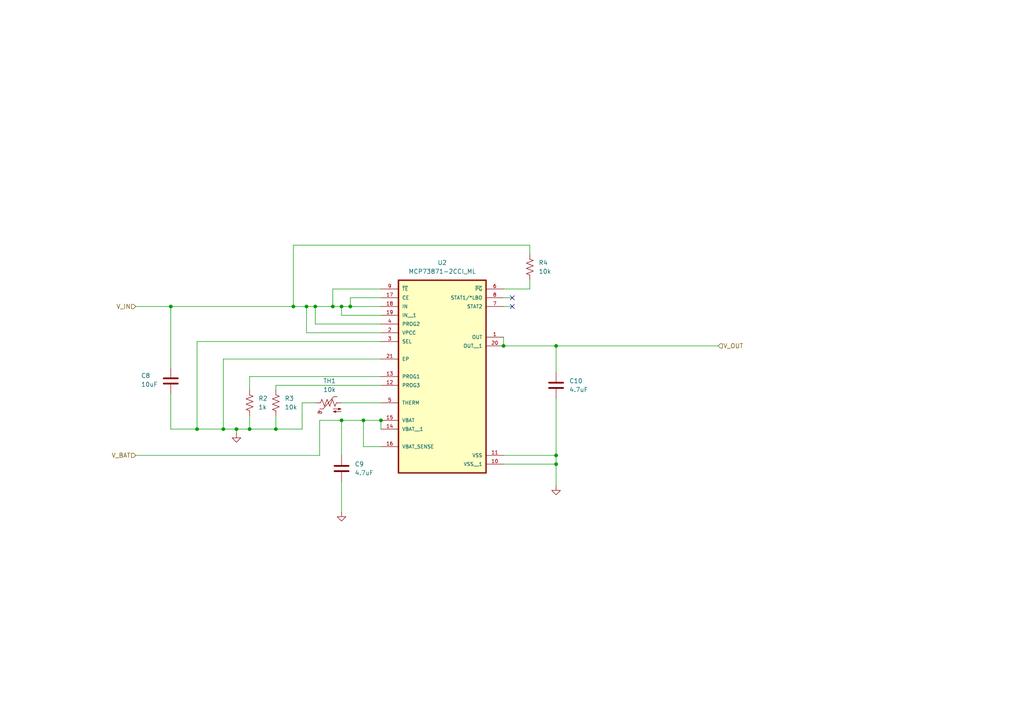
<source format=kicad_sch>
(kicad_sch (version 20250114) (generator "eeschema") (generator_version "9.0")
  (paper "A4")
  (title_block (title "Battery Charge and Load Sharing IC") (date "2025-07-29") (company "California Strawberry Commission"))
  (lib_symbols
    (symbol "Device:C" (pin_numbers (hide yes)) (pin_names (offset 0.254))
      (property "Reference" "C" (at 0.635 2.54 0))
      (property "Value" "C" (at 0.635 -2.54 0))
      (symbol "C_0_1"
        (polyline (pts (xy -2.032 0.762) (xy 2.032 0.762)) (stroke (width 0.508)))
        (polyline (pts (xy -2.032 -0.762) (xy 2.032 -0.762)) (stroke (width 0.508)))
      )
      (symbol "C_1_1"
        (pin passive line (at 0 3.81 270) (length 2.794) (name "~") (number "1"))
        (pin passive line (at 0 -3.81 90) (length 2.794) (name "~") (number "2"))
      )
    )
    (symbol "Device:R_US" (pin_numbers (hide yes)) (pin_names (offset 0))
      (property "Reference" "R" (at 2.54 0 90))
      (property "Value" "R_US" (at -2.54 0 90))
      (symbol "R_US_0_1"
        (polyline (pts (xy 0 2.286) (xy 0 2.54)))
        (polyline (pts (xy 0 2.286) (xy 1.016 1.905) (xy 0 1.524) (xy -1.016 1.143) (xy 0 0.762)))
        (polyline (pts (xy 0 0.762) (xy 1.016 0.381) (xy 0 0) (xy -1.016 -0.381) (xy 0 -0.762)))
        (polyline (pts (xy 0 -0.762) (xy 1.016 -1.143) (xy 0 -1.524) (xy -1.016 -1.905) (xy 0 -2.286)))
        (polyline (pts (xy 0 -2.286) (xy 0 -2.54)))
      )
      (symbol "R_US_1_1"
        (pin passive line (at 0 3.81 270) (length 1.27) (name "~") (number "1"))
        (pin passive line (at 0 -3.81 90) (length 1.27) (name "~") (number "2"))
      )
    )
    (symbol "Device:Thermistor_NTC_US" (pin_numbers (hide yes)) (pin_names (offset 0))
      (property "Reference" "TH" (at -4.445 0 90))
      (property "Value" "Thermistor_NTC_US" (at 3.175 0 90))
      (symbol "Thermistor_NTC_US_0_1"
        (arc (start -3.175 2.413) (mid -3.0506 2.3165) (end -3.048 2.159))
        (arc (start -3.048 2.794) (mid -2.9736 2.9736) (end -2.794 3.048))
        (arc (start -2.794 3.048) (mid -2.6144 2.9736) (end -2.54 2.794))
        (arc (start -2.794 2.54) (mid -2.9736 2.6144) (end -3.048 2.794))
        (arc (start -2.794 1.905) (mid -2.9736 1.9794) (end -3.048 2.159))
        (arc (start -2.54 2.159) (mid -2.6144 1.9794) (end -2.794 1.905))
        (arc (start -2.159 2.794) (mid -2.434 2.5608) (end -2.794 2.54))
        (polyline (pts (xy -2.54 2.159) (xy -2.54 2.794)))
        (polyline (pts (xy -2.54 -3.683) (xy -2.54 -1.397) (xy -2.794 -2.159) (xy -2.286 -2.159) (xy -2.54 -1.397) (xy -2.54 -1.651)) (fill (type outline)))
        (polyline (pts (xy -1.778 2.54) (xy -1.778 1.524) (xy 1.778 -1.524) (xy 1.778 -2.54)))
        (polyline (pts (xy -1.778 -1.397) (xy -1.778 -3.683) (xy -2.032 -2.921) (xy -1.524 -2.921) (xy -1.778 -3.683) (xy -1.778 -3.429)) (fill (type outline)))
        (polyline (pts (xy 0 2.286) (xy 0 2.54)))
        (polyline (pts (xy 0 2.286) (xy 1.016 1.905) (xy 0 1.524) (xy -1.016 1.143) (xy 0 0.762)))
        (polyline (pts (xy 0 0.762) (xy 1.016 0.381) (xy 0 0) (xy -1.016 -0.381) (xy 0 -0.762)))
        (polyline (pts (xy 0 -0.762) (xy 1.016 -1.143) (xy 0 -1.524) (xy -1.016 -1.905) (xy 0 -2.286)))
        (polyline (pts (xy 0 -2.286) (xy 0 -2.54)))
      )
      (symbol "Thermistor_NTC_US_1_1"
        (pin passive line (at 0 3.81 270) (length 1.27) (name "~") (number "1"))
        (pin passive line (at 0 -3.81 90) (length 1.27) (name "~") (number "2"))
      )
    )
    (symbol "batt_ic:MCP73871-2CCI_ML" (pin_names (offset 1.016))
      (property "Reference" "U2" (at 0 30.48 0))
      (property "Value" "MCP73871-2CCI_ML" (at 0 27.94 0))
      (symbol "MCP73871-2CCI_ML_0_0"
        (rectangle (start -12.7 -30.48) (end 12.7 25.4) (stroke (width 0.41)) (fill (type background)))
        (pin input line (at -17.78 22.86 0) (length 5.08) (name "~{TE}") (number "9"))
        (pin input line (at -17.78 20.32 0) (length 5.08) (name "CE") (number "17"))
        (pin input line (at -17.78 17.78 0) (length 5.08) (name "IN") (number "18"))
        (pin input line (at -17.78 15.24 0) (length 5.08) (name "IN__1") (number "19"))
        (pin input line (at -17.78 12.7 0) (length 5.08) (name "PROG2") (number "4"))
        (pin input line (at -17.78 10.16 0) (length 5.08) (name "VPCC") (number "2"))
        (pin input line (at -17.78 7.62 0) (length 5.08) (name "SEL") (number "3"))
        (pin bidirectional line (at -17.78 2.54 0) (length 5.08) (name "EP") (number "21"))
        (pin bidirectional line (at -17.78 -2.54 0) (length 5.08) (name "PROG1") (number "13"))
        (pin bidirectional line (at -17.78 -5.08 0) (length 5.08) (name "PROG3") (number "12"))
        (pin bidirectional line (at -17.78 -10.16 0) (length 5.08) (name "THERM") (number "5"))
        (pin bidirectional line (at -17.78 -15.24 0) (length 5.08) (name "VBAT") (number "15"))
        (pin bidirectional line (at -17.78 -17.78 0) (length 5.08) (name "VBAT__1") (number "14"))
        (pin bidirectional line (at -17.78 -22.86 0) (length 5.08) (name "VBAT_SENSE") (number "16"))
        (pin output line (at 17.78 22.86 180) (length 5.08) (name "~{PG}") (number "6"))
        (pin output line (at 17.78 20.32 180) (length 5.08) (name "STAT1/*LBO") (number "8"))
        (pin output line (at 17.78 17.78 180) (length 5.08) (name "STAT2") (number "7"))
        (pin output line (at 17.78 8.89 180) (length 5.08) (name "OUT") (number "1"))
        (pin output line (at 17.78 6.35 180) (length 5.08) (name "OUT__1") (number "20"))
        (pin power_in line (at 17.78 -25.4 180) (length 5.08) (name "VSS") (number "11"))
        (pin power_in line (at 17.78 -27.94 180) (length 5.08) (name "VSS__1") (number "10"))
      )
    )
    (symbol "power:GND" (power) (pin_numbers (hide yes)) (pin_names (offset 0) (hide yes))
      (property "Value" "GND" (at 0 -3.81 0))
      (symbol "GND_0_1"
        (polyline (pts (xy 0 0) (xy 0 -1.27) (xy 1.27 -1.27) (xy 0 -2.54) (xy -1.27 -1.27) (xy 0 -1.27)))
      )
      (symbol "GND_1_1"
        (pin power_in line (at 0 0 270) (length 0) (name "~") (number "1"))
      )
    )
  )
  (junction (at 101.6 88.9))
  (junction (at 49.53 88.9))
  (junction (at 161.29 134.62))
  (junction (at 88.9 88.9))
  (junction (at 146.05 100.33))
  (junction (at 85.09 88.9))
  (junction (at 96.52 88.9))
  (junction (at 99.06 88.9))
  (junction (at 57.15 124.46))
  (junction (at 72.39 124.46))
  (junction (at 91.44 88.9))
  (junction (at 110.49 121.92))
  (junction (at 80.01 124.46))
  (junction (at 64.77 124.46))
  (junction (at 161.29 132.08))
  (junction (at 99.06 121.92))
  (junction (at 161.29 100.33))
  (junction (at 105.41 121.92))
  (junction (at 68.58 124.46))
  (no_connect (at 148.59 86.36))
  (no_connect (at 148.59 88.9))
  (wire (pts (xy 99.06 88.9) (xy 101.6 88.9)))
  (wire (pts (xy 99.06 91.44) (xy 110.49 91.44)))
  (wire (pts (xy 146.05 88.9) (xy 148.59 88.9)))
  (wire (pts (xy 80.01 120.65) (xy 80.01 124.46)))
  (wire (pts (xy 39.37 88.9) (xy 49.53 88.9)))
  (wire (pts (xy 91.44 88.9) (xy 96.52 88.9)))
  (wire (pts (xy 68.58 125.73) (xy 68.58 124.46)))
  (wire (pts (xy 110.49 121.92) (xy 110.49 124.46)))
  (wire (pts (xy 72.39 120.65) (xy 72.39 124.46)))
  (wire (pts (xy 96.52 88.9) (xy 99.06 88.9)))
  (wire (pts (xy 99.06 139.7) (xy 99.06 148.59)))
  (wire (pts (xy 64.77 124.46) (xy 68.58 124.46)))
  (wire (pts (xy 49.53 124.46) (xy 57.15 124.46)))
  (wire (pts (xy 57.15 99.06) (xy 110.49 99.06)))
  (wire (pts (xy 85.09 71.12) (xy 153.67 71.12)))
  (wire (pts (xy 99.06 116.84) (xy 110.49 116.84)))
  (wire (pts (xy 39.37 132.08) (xy 92.71 132.08)))
  (wire (pts (xy 110.49 86.36) (xy 101.6 86.36)))
  (wire (pts (xy 64.77 104.14) (xy 64.77 124.46)))
  (wire (pts (xy 99.06 121.92) (xy 105.41 121.92)))
  (wire (pts (xy 110.49 104.14) (xy 64.77 104.14)))
  (wire (pts (xy 49.53 114.3) (xy 49.53 124.46)))
  (wire (pts (xy 92.71 132.08) (xy 92.71 121.92)))
  (wire (pts (xy 153.67 71.12) (xy 153.67 73.66)))
  (wire (pts (xy 110.49 83.82) (xy 96.52 83.82)))
  (wire (pts (xy 161.29 132.08) (xy 161.29 134.62)))
  (wire (pts (xy 101.6 88.9) (xy 110.49 88.9)))
  (wire (pts (xy 72.39 109.22) (xy 72.39 113.03)))
  (wire (pts (xy 101.6 86.36) (xy 101.6 88.9)))
  (wire (pts (xy 96.52 83.82) (xy 96.52 88.9)))
  (wire (pts (xy 110.49 93.98) (xy 91.44 93.98)))
  (wire (pts (xy 80.01 111.76) (xy 80.01 113.03)))
  (wire (pts (xy 105.41 129.54) (xy 110.49 129.54)))
  (wire (pts (xy 161.29 134.62) (xy 161.29 140.97)))
  (wire (pts (xy 88.9 96.52) (xy 110.49 96.52)))
  (wire (pts (xy 146.05 132.08) (xy 161.29 132.08)))
  (wire (pts (xy 85.09 88.9) (xy 88.9 88.9)))
  (wire (pts (xy 146.05 97.79) (xy 146.05 100.33)))
  (wire (pts (xy 88.9 88.9) (xy 91.44 88.9)))
  (wire (pts (xy 68.58 124.46) (xy 72.39 124.46)))
  (wire (pts (xy 80.01 124.46) (xy 87.63 124.46)))
  (wire (pts (xy 105.41 121.92) (xy 105.41 129.54)))
  (wire (pts (xy 57.15 124.46) (xy 64.77 124.46)))
  (wire (pts (xy 161.29 107.95) (xy 161.29 100.33)))
  (wire (pts (xy 153.67 83.82) (xy 153.67 81.28)))
  (wire (pts (xy 91.44 93.98) (xy 91.44 88.9)))
  (wire (pts (xy 88.9 88.9) (xy 88.9 96.52)))
  (wire (pts (xy 72.39 124.46) (xy 80.01 124.46)))
  (wire (pts (xy 91.44 116.84) (xy 87.63 116.84)))
  (wire (pts (xy 49.53 88.9) (xy 49.53 106.68)))
  (wire (pts (xy 99.06 132.08) (xy 99.06 121.92)))
  (wire (pts (xy 87.63 116.84) (xy 87.63 124.46)))
  (wire (pts (xy 146.05 86.36) (xy 148.59 86.36)))
  (wire (pts (xy 161.29 115.57) (xy 161.29 132.08)))
  (wire (pts (xy 110.49 111.76) (xy 80.01 111.76)))
  (wire (pts (xy 161.29 100.33) (xy 208.28 100.33)))
  (wire (pts (xy 99.06 88.9) (xy 99.06 91.44)))
  (wire (pts (xy 57.15 99.06) (xy 57.15 124.46)))
  (wire (pts (xy 146.05 83.82) (xy 153.67 83.82)))
  (wire (pts (xy 105.41 121.92) (xy 110.49 121.92)))
  (wire (pts (xy 85.09 88.9) (xy 85.09 71.12)))
  (wire (pts (xy 110.49 109.22) (xy 72.39 109.22)))
  (wire (pts (xy 146.05 100.33) (xy 161.29 100.33)))
  (wire (pts (xy 49.53 88.9) (xy 85.09 88.9)))
  (wire (pts (xy 92.71 121.92) (xy 99.06 121.92)))
  (wire (pts (xy 146.05 134.62) (xy 161.29 134.62)))
  (hierarchical_label "V_OUT" (shape input) (at 208.28 100.33 0))
  (hierarchical_label "V_IN" (shape input) (at 39.37 88.9 180))
  (hierarchical_label "V_BAT" (shape input) (at 39.37 132.08 180))
  (symbol (lib_id "Device:R_US") (at 153.67 77.47 0) (unit 1)
    (property "Reference" "R4" (at 156.21 76.1999 0) (effects (justify left)))
    (property "Value" "10k" (at 156.21 78.7399 0) (effects (justify left)))
    (property "Footprint" "Resistor_SMD:R_0402_1005Metric" (effects (hide yes)))
    (property "Description" "Resistor, US symbol" (effects (hide yes)))
  )
  (symbol (lib_id "power:GND") (at 68.58 125.73 0) (unit 1)
    (property "Reference" "#PWR018" (effects (hide yes)))
    (property "Value" "GND" (effects (hide yes)))
    (property "Description" "Power symbol creates a global label with name \"GND\" , ground" (effects (hide yes)))
  )
  (symbol (lib_id "Device:C") (at 49.53 110.49 0) (unit 1)
    (property "Reference" "C8" (at 40.894 108.966 0) (effects (justify left)))
    (property "Value" "10uF" (at 40.894 111.506 0) (effects (justify left)))
    (property "Footprint" "Capacitor_SMD:C_0805_2012Metric" (effects (hide yes)))
    (property "Datasheet" "https://www.digikey.com/en/products/detail/murata-electronics/GCM21BR71A106KE22K/4903979" (effects (hide yes)))
    (property "Description" "Unpolarized capacitor" (effects (hide yes)))
    (property "Part #" "GCM21BR71A106KE22K" (effects (hide yes)))
  )
  (symbol (lib_id "Device:Thermistor_NTC_US") (at 95.25 116.84 90) (unit 1)
    (property "Reference" "TH1" (at 95.5675 110.49 90))
    (property "Value" "10k" (at 95.5675 113.03 90))
    (property "Footprint" "Resistor_SMD:R_0402_1005Metric" (effects (hide yes)))
    (property "Datasheet" "https://www.digikey.com/en/products/detail/murata-electronics/NCU15XH103F6SRC/10702829" (effects (hide yes)))
    (property "Description" "Temperature dependent resistor, negative temperature coefficient, US symbol" (effects (hide yes)))
    (property "Part #" "NCU15XH103F6SRC" (effects (hide yes)))
  )
  (symbol (lib_id "Device:C") (at 161.29 111.76 0) (unit 1)
    (property "Reference" "C10" (at 165.1 110.4899 0) (effects (justify left)))
    (property "Value" "4.7uF" (at 165.1 113.0299 0) (effects (justify left)))
    (property "Footprint" "Capacitor_SMD:C_0603_1608Metric" (effects (hide yes)))
    (property "Datasheet" "https://www.digikey.com/en/products/detail/taiyo-yuden/LMK107BJ475KAHT/4157765" (effects (hide yes)))
    (property "Description" "Unpolarized capacitor" (effects (hide yes)))
    (property "Part #" "LMK107BJ475KAHT" (effects (hide yes)))
  )
  (symbol (lib_id "Device:R_US") (at 80.01 116.84 0) (unit 1)
    (property "Reference" "R3" (at 82.55 115.5699 0) (effects (justify left)))
    (property "Value" "10k" (at 82.55 118.1099 0) (effects (justify left)))
    (property "Footprint" "Resistor_SMD:R_0603_1608Metric" (effects (hide yes)))
    (property "Datasheet" "https://www.digikey.com/en/products/detail/koa-speer-electronics-inc/RK73H1JTTD1002F/9844954" (effects (hide yes)))
    (property "Description" "Resistor, US symbol" (effects (hide yes)))
    (property "Part #" "RK73H1JTTD1002F" (effects (hide yes)))
  )
  (symbol (lib_id "Device:R_US") (at 72.39 116.84 0) (unit 1)
    (property "Reference" "R2" (at 74.93 115.5699 0) (effects (justify left)))
    (property "Value" "1k" (at 74.93 118.1099 0) (effects (justify left)))
    (property "Footprint" "Resistor_SMD:R_0603_1608Metric" (effects (hide yes)))
    (property "Datasheet" "https://www.digikey.com/en/products/detail/koa-speer-electronics-inc/RK73H1JTTD1001F/9844844" (effects (hide yes)))
    (property "Description" "Calculated according to datasheet for 2Ah battery with 0.5C" (effects (hide yes)))
    (property "Part #" "RK73H1JTTD1001F" (effects (hide yes)))
  )
  (symbol (lib_id "power:GND") (at 99.06 148.59 0) (unit 1)
    (property "Reference" "#PWR08" (effects (hide yes)))
    (property "Value" "GND" (effects (hide yes)))
    (property "Description" "Power symbol creates a global label with name \"GND\" , ground" (effects (hide yes)))
  )
  (symbol (lib_id "power:GND") (at 161.29 140.97 0) (unit 1)
    (property "Reference" "#PWR019" (effects (hide yes)))
    (property "Value" "GND" (effects (hide yes)))
    (property "Description" "Power symbol creates a global label with name \"GND\" , ground" (effects (hide yes)))
  )
  (symbol (lib_id "batt_ic:MCP73871-2CCI_ML") (at 128.27 106.68 0) (unit 1)
    (property "Reference" "U2" (at 128.27 76.2 0))
    (property "Value" "MCP73871-2CCI_ML" (at 128.27 78.74 0))
    (property "Footprint" "footprints:QFN50P400X400X100-21N" (effects (hide yes)))
    (property "Datasheet" "https://www.digikey.com/en/products/detail/microchip-technology/mcp73871-2cci-ml/1680971" (effects (hide yes)))
    (property "Part #" "MCP73871-2CCI_ML" (effects (hide yes)))
  )
  (symbol (lib_id "Device:C") (at 99.06 135.89 0) (unit 1)
    (property "Reference" "C9" (at 102.87 134.6199 0) (effects (justify left)))
    (property "Value" "4.7uF" (at 102.87 137.1599 0) (effects (justify left)))
    (property "Footprint" "Capacitor_SMD:C_0603_1608Metric" (effects (hide yes)))
    (property "Datasheet" "https://www.digikey.com/en/products/detail/taiyo-yuden/LMK107BJ475KAHT/4157765" (effects (hide yes)))
    (property "Description" "Unpolarized capacitor" (effects (hide yes)))
    (property "Part #" "LMK107BJ475KAHT" (effects (hide yes)))
  )
)
</source>
